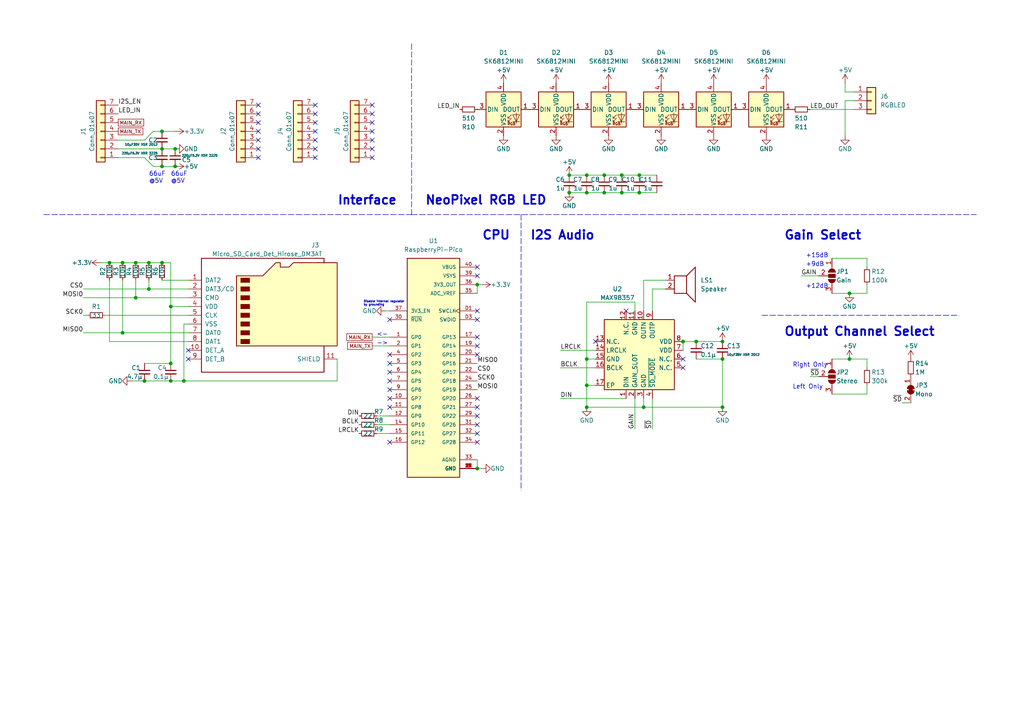
<source format=kicad_sch>
(kicad_sch (version 20211123) (generator eeschema)
  (paper "A4")
  (lib_symbols
    (symbol "Amplifier_Audio_extlib:MAX98357"
      (property "Reference" "U" (at 0 21.59 0))
      (property "Value" "MAX98357" (at 0 19.05 0))
      (symbol "MAX98357_1_1"
        (rectangle (start -10.16 10.16) (end 10.16 -10.16) (stroke (width 0.254)) (fill (type background)))
        (pin passive line (at -3.81 -12.7 90) (length 2.54) (name "DIN") (number "1"))
        (pin passive line (at 1.27 12.7 270) (length 2.54) (name "OUTN") (number "10"))
        (pin passive line (at -1.27 12.7 270) (length 2.54) (name "GND") (number "11"))
        (pin passive line (at -3.81 12.7 270) (length 2.54) (name "N.C.") (number "12"))
        (pin passive line (at -12.7 3.81 0) (length 2.54) (name "N.C.") (number "13"))
        (pin passive line (at -12.7 1.27 0) (length 2.54) (name "LRCLK") (number "14"))
        (pin passive line (at -12.7 -1.27 0) (length 2.54) (name "GND") (number "15"))
        (pin passive line (at -12.7 -3.81 0) (length 2.54) (name "BCLK") (number "16"))
        (pin passive line (at -12.7 -8.89 0) (length 2.54) (name "EP") (number "17"))
        (pin passive line (at -1.27 -12.7 90) (length 2.54) (name "GAIN_SLOT") (number "2"))
        (pin passive line (at 1.27 -12.7 90) (length 2.54) (name "GND") (number "3"))
        (pin passive line (at 3.81 -12.7 90) (length 2.54) (name "~{SD_MODE}") (number "4"))
        (pin passive line (at 12.7 -3.81 180) (length 2.54) (name "N.C.") (number "5"))
        (pin passive line (at 12.7 -1.27 180) (length 2.54) (name "N.C.") (number "6"))
        (pin passive line (at 12.7 1.27 180) (length 2.54) (name "VDD") (number "7"))
        (pin passive line (at 12.7 3.81 180) (length 2.54) (name "VDD") (number "8"))
        (pin passive line (at 3.81 12.7 270) (length 2.54) (name "OUTP") (number "9"))
      )
    )
    (symbol "Connector:Micro_SD_Card_Det_Hirose_DM3AT" (pin_names (offset 1.016))
      (property "Reference" "J" (at -16.51 17.78 0))
      (property "Value" "Micro_SD_Card_Det_Hirose_DM3AT" (at 16.51 17.78 0))
      (symbol "Micro_SD_Card_Det_Hirose_DM3AT_0_1"
        (rectangle (start -7.62 -6.985) (end -5.08 -8.255) (fill (type outline)))
        (rectangle (start -7.62 -4.445) (end -5.08 -5.715) (fill (type outline)))
        (rectangle (start -7.62 -1.905) (end -5.08 -3.175) (fill (type outline)))
        (rectangle (start -7.62 0.635) (end -5.08 -0.635) (fill (type outline)))
        (rectangle (start -7.62 3.175) (end -5.08 1.905) (fill (type outline)))
        (rectangle (start -7.62 5.715) (end -5.08 4.445) (fill (type outline)))
        (rectangle (start -7.62 8.255) (end -5.08 6.985) (fill (type outline)))
        (rectangle (start -7.62 10.795) (end -5.08 9.525) (fill (type outline)))
        (polyline (pts (xy 16.51 15.24) (xy 16.51 16.51) (xy -19.05 16.51) (xy -19.05 -16.51) (xy 16.51 -16.51) (xy 16.51 -8.89)) (stroke (width 0.254)))
        (polyline (pts (xy -8.89 -8.89) (xy -8.89 11.43) (xy -1.27 11.43) (xy 2.54 15.24) (xy 3.81 15.24) (xy 3.81 13.97) (xy 6.35 13.97) (xy 7.62 15.24) (xy 20.32 15.24) (xy 20.32 -8.89) (xy -8.89 -8.89)) (stroke (width 0.254)) (fill (type background)))
      )
      (symbol "Micro_SD_Card_Det_Hirose_DM3AT_1_1"
        (pin bidirectional line (at -22.86 10.16 0) (length 3.81) (name "DAT2") (number "1"))
        (pin passive line (at -22.86 -10.16 0) (length 3.81) (name "DET_A") (number "10"))
        (pin passive line (at 20.32 -12.7 180) (length 3.81) (name "SHIELD") (number "11"))
        (pin bidirectional line (at -22.86 7.62 0) (length 3.81) (name "DAT3/CD") (number "2"))
        (pin input line (at -22.86 5.08 0) (length 3.81) (name "CMD") (number "3"))
        (pin power_in line (at -22.86 2.54 0) (length 3.81) (name "VDD") (number "4"))
        (pin input line (at -22.86 0 0) (length 3.81) (name "CLK") (number "5"))
        (pin power_in line (at -22.86 -2.54 0) (length 3.81) (name "VSS") (number "6"))
        (pin bidirectional line (at -22.86 -5.08 0) (length 3.81) (name "DAT0") (number "7"))
        (pin bidirectional line (at -22.86 -7.62 0) (length 3.81) (name "DAT1") (number "8"))
        (pin passive line (at -22.86 -12.7 0) (length 3.81) (name "DET_B") (number "9"))
      )
    )
    (symbol "Connector_Generic:Conn_01x03" (pin_names (offset 1.016) hide)
      (property "Reference" "J" (at 0 5.08 0))
      (property "Value" "Conn_01x03" (at 0 -5.08 0))
      (symbol "Conn_01x03_1_1"
        (rectangle (start -1.27 -2.413) (end 0 -2.667) (stroke (width 0.1524)))
        (rectangle (start -1.27 0.127) (end 0 -0.127) (stroke (width 0.1524)))
        (rectangle (start -1.27 2.667) (end 0 2.413) (stroke (width 0.1524)))
        (rectangle (start -1.27 3.81) (end 1.27 -3.81) (stroke (width 0.254)) (fill (type background)))
        (pin passive line (at -5.08 2.54 0) (length 3.81) (name "Pin_1") (number "1"))
        (pin passive line (at -5.08 0 0) (length 3.81) (name "Pin_2") (number "2"))
        (pin passive line (at -5.08 -2.54 0) (length 3.81) (name "Pin_3") (number "3"))
      )
    )
    (symbol "Connector_Generic:Conn_01x07" (pin_names (offset 1.016) hide)
      (property "Reference" "J" (at 0 10.16 0))
      (property "Value" "Conn_01x07" (at 0 -10.16 0))
      (symbol "Conn_01x07_1_1"
        (rectangle (start -1.27 -7.493) (end 0 -7.747) (stroke (width 0.1524)))
        (rectangle (start -1.27 -4.953) (end 0 -5.207) (stroke (width 0.1524)))
        (rectangle (start -1.27 -2.413) (end 0 -2.667) (stroke (width 0.1524)))
        (rectangle (start -1.27 0.127) (end 0 -0.127) (stroke (width 0.1524)))
        (rectangle (start -1.27 2.667) (end 0 2.413) (stroke (width 0.1524)))
        (rectangle (start -1.27 5.207) (end 0 4.953) (stroke (width 0.1524)))
        (rectangle (start -1.27 7.747) (end 0 7.493) (stroke (width 0.1524)))
        (rectangle (start -1.27 8.89) (end 1.27 -8.89) (stroke (width 0.254)) (fill (type background)))
        (pin passive line (at -5.08 7.62 0) (length 3.81) (name "Pin_1") (number "1"))
        (pin passive line (at -5.08 5.08 0) (length 3.81) (name "Pin_2") (number "2"))
        (pin passive line (at -5.08 2.54 0) (length 3.81) (name "Pin_3") (number "3"))
        (pin passive line (at -5.08 0 0) (length 3.81) (name "Pin_4") (number "4"))
        (pin passive line (at -5.08 -2.54 0) (length 3.81) (name "Pin_5") (number "5"))
        (pin passive line (at -5.08 -5.08 0) (length 3.81) (name "Pin_6") (number "6"))
        (pin passive line (at -5.08 -7.62 0) (length 3.81) (name "Pin_7") (number "7"))
      )
    )
    (symbol "Device:C_Small" (pin_numbers hide) (pin_names (offset 0.254) hide)
      (property "Reference" "C" (at 0.254 1.778 0))
      (property "Value" "C_Small" (at 0.254 -2.032 0))
      (symbol "C_Small_0_1"
        (polyline (pts (xy -1.524 -0.508) (xy 1.524 -0.508)) (stroke (width 0.3302)))
        (polyline (pts (xy -1.524 0.508) (xy 1.524 0.508)) (stroke (width 0.3048)))
      )
      (symbol "C_Small_1_1"
        (pin passive line (at 0 2.54 270) (length 2.032) (name "~") (number "1"))
        (pin passive line (at 0 -2.54 90) (length 2.032) (name "~") (number "2"))
      )
    )
    (symbol "Device:R_Small" (pin_numbers hide) (pin_names (offset 0.254) hide)
      (property "Reference" "R" (at 0.762 0.508 0))
      (property "Value" "R_Small" (at 0.762 -1.016 0))
      (symbol "R_Small_0_1"
        (rectangle (start -0.762 1.778) (end 0.762 -1.778) (stroke (width 0.2032)))
      )
      (symbol "R_Small_1_1"
        (pin passive line (at 0 2.54 270) (length 0.762) (name "~") (number "1"))
        (pin passive line (at 0 -2.54 90) (length 0.762) (name "~") (number "2"))
      )
    )
    (symbol "Device:Speaker" (pin_names (offset 0) hide)
      (property "Reference" "LS" (at 1.27 5.715 0))
      (property "Value" "Speaker" (at 1.27 3.81 0))
      (symbol "Speaker_0_0"
        (rectangle (start -2.54 1.27) (end 1.016 -3.81) (stroke (width 0.254)))
        (polyline (pts (xy 1.016 1.27) (xy 3.556 3.81) (xy 3.556 -6.35) (xy 1.016 -3.81)) (stroke (width 0.254)))
      )
      (symbol "Speaker_1_1"
        (pin input line (at -5.08 0 0) (length 2.54) (name "1") (number "1"))
        (pin input line (at -5.08 -2.54 0) (length 2.54) (name "2") (number "2"))
      )
    )
    (symbol "Jumper:SolderJumper_2_Bridged" (pin_names (offset 0) hide)
      (property "Reference" "JP" (at 0 2.032 0))
      (property "Value" "SolderJumper_2_Bridged" (at 0 -2.54 0))
      (symbol "SolderJumper_2_Bridged_0_1"
        (rectangle (start -0.508 0.508) (end 0.508 -0.508) (fill (type outline)))
        (arc (start -0.254 1.016) (mid -1.27 0) (end -0.254 -1.016))
        (arc (start -0.254 1.016) (mid -1.27 0) (end -0.254 -1.016) (fill (type outline)))
        (polyline (pts (xy -0.254 1.016) (xy -0.254 -1.016)))
        (polyline (pts (xy 0.254 1.016) (xy 0.254 -1.016)))
        (arc (start 0.254 -1.016) (mid 1.27 0) (end 0.254 1.016))
        (arc (start 0.254 -1.016) (mid 1.27 0) (end 0.254 1.016) (fill (type outline)))
      )
      (symbol "SolderJumper_2_Bridged_1_1"
        (pin passive line (at -3.81 0 0) (length 2.54) (name "A") (number "1"))
        (pin passive line (at 3.81 0 180) (length 2.54) (name "B") (number "2"))
      )
    )
    (symbol "Jumper:SolderJumper_3_Open" (pin_names (offset 0) hide)
      (property "Reference" "JP" (at -2.54 -2.54 0))
      (property "Value" "SolderJumper_3_Open" (at 0 2.794 0))
      (symbol "SolderJumper_3_Open_0_1"
        (arc (start -1.016 1.016) (mid -2.032 0) (end -1.016 -1.016))
        (arc (start -1.016 1.016) (mid -2.032 0) (end -1.016 -1.016) (fill (type outline)))
        (rectangle (start -0.508 1.016) (end 0.508 -1.016) (fill (type outline)))
        (polyline (pts (xy -2.54 0) (xy -2.032 0)))
        (polyline (pts (xy -1.016 1.016) (xy -1.016 -1.016)))
        (polyline (pts (xy 0 -1.27) (xy 0 -1.016)))
        (polyline (pts (xy 1.016 1.016) (xy 1.016 -1.016)))
        (polyline (pts (xy 2.54 0) (xy 2.032 0)))
        (arc (start 1.016 -1.016) (mid 2.032 0) (end 1.016 1.016))
        (arc (start 1.016 -1.016) (mid 2.032 0) (end 1.016 1.016) (fill (type outline)))
      )
      (symbol "SolderJumper_3_Open_1_1"
        (pin passive line (at -5.08 0 0) (length 2.54) (name "A") (number "1"))
        (pin passive line (at 0 -3.81 90) (length 2.54) (name "C") (number "2"))
        (pin passive line (at 5.08 0 180) (length 2.54) (name "B") (number "3"))
      )
    )
    (symbol "LED:SK6812MINI" (pin_names (offset 0.254))
      (property "Reference" "D" (at 5.08 5.715 0))
      (property "Value" "SK6812MINI" (at 1.27 -5.715 0))
      (symbol "SK6812MINI_0_0"
        (text "RGB" (at 2.286 -4.191 0) (effects (font (size 0.762 0.762))))
      )
      (symbol "SK6812MINI_0_1"
        (polyline (pts (xy 1.27 -3.556) (xy 1.778 -3.556)))
        (polyline (pts (xy 1.27 -2.54) (xy 1.778 -2.54)))
        (polyline (pts (xy 4.699 -3.556) (xy 2.667 -3.556)))
        (polyline (pts (xy 2.286 -2.54) (xy 1.27 -3.556) (xy 1.27 -3.048)))
        (polyline (pts (xy 2.286 -1.524) (xy 1.27 -2.54) (xy 1.27 -2.032)))
        (polyline (pts (xy 3.683 -1.016) (xy 3.683 -3.556) (xy 3.683 -4.064)))
        (polyline (pts (xy 4.699 -1.524) (xy 2.667 -1.524) (xy 3.683 -3.556) (xy 4.699 -1.524)))
        (rectangle (start 5.08 5.08) (end -5.08 -5.08) (stroke (width 0.254)) (fill (type background)))
      )
      (symbol "SK6812MINI_1_1"
        (pin output line (at 7.62 0 180) (length 2.54) (name "DOUT") (number "1"))
        (pin power_in line (at 0 -7.62 90) (length 2.54) (name "VSS") (number "2"))
        (pin input line (at -7.62 0 0) (length 2.54) (name "DIN") (number "3"))
        (pin power_in line (at 0 7.62 270) (length 2.54) (name "VDD") (number "4"))
      )
    )
    (symbol "MCU_Module_extlib:RaspberryPi-Pico" (pin_names (offset 1.016))
      (property "Reference" "U" (at 0 31.75 0))
      (property "Value" "RaspberryPi-Pico" (at 0 -34.29 0))
      (symbol "RaspberryPi-Pico_0_0"
        (rectangle (start -7.62 30.48) (end 7.62 -33.02) (stroke (width 0.254)) (fill (type background)))
        (pin bidirectional line (at -12.7 7.62 0) (length 5.08) (name "GP0") (number "1"))
        (pin bidirectional line (at -12.7 -10.16 0) (length 5.08) (name "GP7") (number "10"))
        (pin bidirectional line (at -12.7 -12.7 0) (length 5.08) (name "GP8") (number "11"))
        (pin bidirectional line (at -12.7 -15.24 0) (length 5.08) (name "GP9") (number "12"))
        (pin power_in line (at 12.7 -30.48 180) (length 5.08) (name "GND") (number "13"))
        (pin bidirectional line (at -12.7 -17.78 0) (length 5.08) (name "GP10") (number "14"))
        (pin bidirectional line (at -12.7 -20.32 0) (length 5.08) (name "GP11") (number "15"))
        (pin bidirectional line (at -12.7 -22.86 0) (length 5.08) (name "GP12") (number "16"))
        (pin bidirectional line (at 12.7 7.62 180) (length 5.08) (name "GP13") (number "17"))
        (pin power_in line (at 12.7 -30.48 180) (length 5.08) (name "GND") (number "18"))
        (pin bidirectional line (at 12.7 5.08 180) (length 5.08) (name "GP14") (number "19"))
        (pin bidirectional line (at -12.7 5.08 0) (length 5.08) (name "GP1") (number "2"))
        (pin bidirectional line (at 12.7 2.54 180) (length 5.08) (name "GP15") (number "20"))
        (pin bidirectional line (at 12.7 0 180) (length 5.08) (name "GP16") (number "21"))
        (pin bidirectional line (at 12.7 -2.54 180) (length 5.08) (name "GP17") (number "22"))
        (pin power_in line (at 12.7 -30.48 180) (length 5.08) (name "GND") (number "23"))
        (pin bidirectional line (at 12.7 -5.08 180) (length 5.08) (name "GP18") (number "24"))
        (pin bidirectional line (at 12.7 -7.62 180) (length 5.08) (name "GP19") (number "25"))
        (pin bidirectional line (at 12.7 -10.16 180) (length 5.08) (name "GP20") (number "26"))
        (pin bidirectional line (at 12.7 -12.7 180) (length 5.08) (name "GP21") (number "27"))
        (pin power_in line (at 12.7 -30.48 180) (length 5.08) (name "GND") (number "28"))
        (pin bidirectional line (at 12.7 -15.24 180) (length 5.08) (name "GP22") (number "29"))
        (pin power_in line (at 12.7 -30.48 180) (length 5.08) (name "GND") (number "3"))
        (pin input line (at -12.7 12.7 0) (length 5.08) (name "~{RUN}") (number "30"))
        (pin bidirectional line (at 12.7 -17.78 180) (length 5.08) (name "GP26") (number "31"))
        (pin bidirectional line (at 12.7 -20.32 180) (length 5.08) (name "GP27") (number "32"))
        (pin power_in line (at 12.7 -27.94 180) (length 5.08) (name "AGND") (number "33"))
        (pin bidirectional line (at 12.7 -22.86 180) (length 5.08) (name "GP28") (number "34"))
        (pin power_in line (at 12.7 20.32 180) (length 5.08) (name "ADC_VREF") (number "35"))
        (pin power_in line (at 12.7 22.86 180) (length 5.08) (name "3V3_OUT") (number "36"))
        (pin input line (at -12.7 15.24 0) (length 5.08) (name "3V3_EN") (number "37"))
        (pin power_in line (at 12.7 -30.48 180) (length 5.08) (name "GND") (number "38"))
        (pin power_in line (at 12.7 25.4 180) (length 5.08) (name "VSYS") (number "39"))
        (pin bidirectional line (at -12.7 2.54 0) (length 5.08) (name "GP2") (number "4"))
        (pin power_in line (at 12.7 27.94 180) (length 5.08) (name "VBUS") (number "40"))
        (pin bidirectional line (at -12.7 0 0) (length 5.08) (name "GP3") (number "5"))
        (pin bidirectional line (at -12.7 -2.54 0) (length 5.08) (name "GP4") (number "6"))
        (pin bidirectional line (at -12.7 -5.08 0) (length 5.08) (name "GP5") (number "7"))
        (pin power_in line (at 12.7 -30.48 180) (length 5.08) (name "GND") (number "8"))
        (pin bidirectional line (at -12.7 -7.62 0) (length 5.08) (name "GP6") (number "9"))
        (pin input clock (at 12.7 15.24 180) (length 5.08) (name "SWCLK") (number "D1"))
        (pin power_in line (at 12.7 -30.48 180) (length 5.08) (name "GND") (number "D2"))
        (pin bidirectional line (at 12.7 12.7 180) (length 5.08) (name "SWDIO") (number "D3"))
      )
    )
    (symbol "power:+3.3V" (power) (pin_names (offset 0))
      (property "Value" "+3.3V" (at 0 3.556 0))
      (symbol "+3.3V_0_1"
        (polyline (pts (xy -0.762 1.27) (xy 0 2.54)))
        (polyline (pts (xy 0 0) (xy 0 2.54)))
        (polyline (pts (xy 0 2.54) (xy 0.762 1.27)))
      )
      (symbol "+3.3V_1_1"
        (pin power_in line (at 0 0 90) (length 0) hide (name "+3.3V") (number "1"))
      )
    )
    (symbol "power:+5V" (power) (pin_names (offset 0))
      (property "Value" "+5V" (at 0 3.556 0))
      (symbol "+5V_0_1"
        (polyline (pts (xy -0.762 1.27) (xy 0 2.54)))
        (polyline (pts (xy 0 0) (xy 0 2.54)))
        (polyline (pts (xy 0 2.54) (xy 0.762 1.27)))
      )
      (symbol "+5V_1_1"
        (pin power_in line (at 0 0 90) (length 0) hide (name "+5V") (number "1"))
      )
    )
    (symbol "power:GND" (power) (pin_names (offset 0))
      (property "Value" "GND" (at 0 -3.81 0))
      (symbol "GND_0_1"
        (polyline (pts (xy 0 0) (xy 0 -1.27) (xy 1.27 -1.27) (xy 0 -2.54) (xy -1.27 -1.27) (xy 0 -1.27)))
      )
      (symbol "GND_1_1"
        (pin power_in line (at 0 0 270) (length 0) hide (name "GND") (number "1"))
      )
    )
  )
  (junction (at 35.56 96.52))
  (junction (at 39.37 86.36))
  (junction (at 170.18 118.11))
  (junction (at 43.18 76.2))
  (junction (at 46.99 76.2))
  (junction (at 170.18 104.14))
  (junction (at 165.1 55.88))
  (junction (at 138.43 82.55))
  (junction (at 43.18 83.82))
  (junction (at 180.34 50.8))
  (junction (at 186.69 118.11))
  (junction (at 46.99 43.18))
  (junction (at 170.18 50.8))
  (junction (at 198.12 99.06))
  (junction (at 49.53 105.41))
  (junction (at 175.26 55.88))
  (junction (at 209.55 104.14))
  (junction (at 50.8 43.18))
  (junction (at 185.42 55.88))
  (junction (at 138.43 135.89))
  (junction (at 170.18 55.88))
  (junction (at 170.18 111.76))
  (junction (at 39.37 76.2))
  (junction (at 180.34 55.88))
  (junction (at 35.56 76.2))
  (junction (at 201.93 99.06))
  (junction (at 46.99 48.26))
  (junction (at 185.42 50.8))
  (junction (at 175.26 50.8))
  (junction (at 246.38 85.09))
  (junction (at 53.34 110.49))
  (junction (at 46.99 38.1))
  (junction (at 50.8 48.26))
  (junction (at 246.38 104.14))
  (junction (at 31.75 76.2))
  (junction (at 209.55 118.11))
  (junction (at 165.1 50.8))
  (junction (at 209.55 99.06))
  (junction (at 49.53 110.49))
  (junction (at 49.53 88.9))
  (junction (at 41.91 110.49))
  (no_connect (at 138.43 125.73))
  (no_connect (at 113.03 113.03))
  (no_connect (at 107.95 45.72))
  (no_connect (at 138.43 90.17))
  (no_connect (at 138.43 120.65))
  (no_connect (at 138.43 97.79))
  (no_connect (at 138.43 118.11))
  (no_connect (at 138.43 77.47))
  (no_connect (at 172.72 99.06))
  (no_connect (at 113.03 105.41))
  (no_connect (at 74.93 33.02))
  (no_connect (at 138.43 92.71))
  (no_connect (at 198.12 106.68))
  (no_connect (at 74.93 43.18))
  (no_connect (at 74.93 30.48))
  (no_connect (at 107.95 33.02))
  (no_connect (at 91.44 40.64))
  (no_connect (at 107.95 38.1))
  (no_connect (at 138.43 123.19))
  (no_connect (at 181.61 90.17))
  (no_connect (at 91.44 35.56))
  (no_connect (at 107.95 30.48))
  (no_connect (at 113.03 102.87))
  (no_connect (at 138.43 80.01))
  (no_connect (at 91.44 38.1))
  (no_connect (at 138.43 115.57))
  (no_connect (at 113.03 115.57))
  (no_connect (at 138.43 128.27))
  (no_connect (at 74.93 45.72))
  (no_connect (at 107.95 43.18))
  (no_connect (at 91.44 33.02))
  (no_connect (at 113.03 128.27))
  (no_connect (at 91.44 30.48))
  (no_connect (at 91.44 43.18))
  (no_connect (at 138.43 102.87))
  (no_connect (at 113.03 118.11))
  (no_connect (at 91.44 45.72))
  (no_connect (at 74.93 40.64))
  (no_connect (at 198.12 104.14))
  (no_connect (at 113.03 110.49))
  (no_connect (at 74.93 38.1))
  (no_connect (at 113.03 92.71))
  (no_connect (at 138.43 100.33))
  (no_connect (at 107.95 40.64))
  (no_connect (at 54.61 101.6))
  (no_connect (at 54.61 104.14))
  (no_connect (at 74.93 35.56))
  (no_connect (at 107.95 35.56))
  (no_connect (at 113.03 107.95))
  (wire (pts (xy 46.99 38.1) (xy 50.8 38.1)))
  (wire (pts (xy 41.91 110.49) (xy 49.53 110.49)))
  (wire (pts (xy 54.61 88.9) (xy 49.53 88.9)))
  (polyline (pts (xy 12.7 62.23) (xy 119.38 62.23)))
  (wire (pts (xy 35.56 81.28) (xy 35.56 96.52)))
  (wire (pts (xy 43.18 81.28) (xy 43.18 83.82)))
  (wire (pts (xy 53.34 93.98) (xy 53.34 110.49)))
  (wire (pts (xy 180.34 50.8) (xy 185.42 50.8)))
  (wire (pts (xy 245.11 29.21) (xy 245.11 39.37)))
  (wire (pts (xy 170.18 111.76) (xy 170.18 118.11)))
  (wire (pts (xy 24.13 83.82) (xy 43.18 83.82)))
  (wire (pts (xy 251.46 74.93) (xy 251.46 77.47)))
  (polyline (pts (xy 220.98 91.44) (xy 278.13 91.44)))
  (wire (pts (xy 185.42 55.88) (xy 190.5 55.88)))
  (wire (pts (xy 170.18 50.8) (xy 175.26 50.8)))
  (wire (pts (xy 24.13 86.36) (xy 39.37 86.36)))
  (wire (pts (xy 189.23 83.82) (xy 193.04 83.82)))
  (wire (pts (xy 46.99 43.18) (xy 50.8 43.18)))
  (wire (pts (xy 246.38 85.09) (xy 251.46 85.09)))
  (wire (pts (xy 234.95 31.75) (xy 247.65 31.75)))
  (wire (pts (xy 39.37 76.2) (xy 35.56 76.2)))
  (wire (pts (xy 30.48 91.44) (xy 54.61 91.44)))
  (polyline (pts (xy 151.13 62.23) (xy 151.13 142.24)))
  (wire (pts (xy 246.38 104.14) (xy 251.46 104.14)))
  (wire (pts (xy 198.12 101.6) (xy 198.12 99.06)))
  (wire (pts (xy 39.37 81.28) (xy 39.37 86.36)))
  (wire (pts (xy 109.22 120.65) (xy 113.03 120.65)))
  (wire (pts (xy 261.62 116.84) (xy 264.16 116.84)))
  (wire (pts (xy 232.41 80.01) (xy 237.49 80.01)))
  (wire (pts (xy 54.61 93.98) (xy 53.34 93.98)))
  (wire (pts (xy 170.18 104.14) (xy 170.18 111.76)))
  (wire (pts (xy 241.3 74.93) (xy 251.46 74.93)))
  (wire (pts (xy 186.69 118.11) (xy 209.55 118.11)))
  (wire (pts (xy 241.3 104.14) (xy 246.38 104.14)))
  (wire (pts (xy 111.76 90.17) (xy 113.03 90.17)))
  (wire (pts (xy 41.91 40.64) (xy 44.45 38.1)))
  (wire (pts (xy 138.43 82.55) (xy 139.7 82.55)))
  (wire (pts (xy 43.18 76.2) (xy 39.37 76.2)))
  (wire (pts (xy 245.11 26.67) (xy 247.65 26.67)))
  (wire (pts (xy 49.53 88.9) (xy 49.53 76.2)))
  (wire (pts (xy 31.75 99.06) (xy 31.75 81.28)))
  (wire (pts (xy 180.34 55.88) (xy 185.42 55.88)))
  (wire (pts (xy 44.45 38.1) (xy 46.99 38.1)))
  (wire (pts (xy 44.45 48.26) (xy 46.99 48.26)))
  (wire (pts (xy 165.1 55.88) (xy 170.18 55.88)))
  (wire (pts (xy 31.75 76.2) (xy 29.21 76.2)))
  (wire (pts (xy 34.29 45.72) (xy 41.91 45.72)))
  (wire (pts (xy 198.12 99.06) (xy 201.93 99.06)))
  (wire (pts (xy 138.43 133.35) (xy 138.43 135.89)))
  (wire (pts (xy 46.99 76.2) (xy 43.18 76.2)))
  (polyline (pts (xy 119.38 62.23) (xy 283.21 62.23)))
  (wire (pts (xy 241.3 114.3) (xy 251.46 114.3)))
  (wire (pts (xy 109.22 125.73) (xy 113.03 125.73)))
  (wire (pts (xy 184.15 115.57) (xy 184.15 124.46)))
  (wire (pts (xy 39.37 86.36) (xy 54.61 86.36)))
  (wire (pts (xy 185.42 50.8) (xy 190.5 50.8)))
  (wire (pts (xy 41.91 105.41) (xy 49.53 105.41)))
  (wire (pts (xy 172.72 104.14) (xy 170.18 104.14)))
  (wire (pts (xy 209.55 118.11) (xy 209.55 104.14)))
  (wire (pts (xy 175.26 55.88) (xy 180.34 55.88)))
  (polyline (pts (xy 119.38 12.7) (xy 119.38 62.23)))
  (wire (pts (xy 107.95 97.79) (xy 113.03 97.79)))
  (wire (pts (xy 38.1 110.49) (xy 41.91 110.49)))
  (wire (pts (xy 186.69 115.57) (xy 186.69 118.11)))
  (wire (pts (xy 170.18 55.88) (xy 175.26 55.88)))
  (wire (pts (xy 53.34 110.49) (xy 97.79 110.49)))
  (wire (pts (xy 109.22 123.19) (xy 113.03 123.19)))
  (wire (pts (xy 162.56 106.68) (xy 172.72 106.68)))
  (wire (pts (xy 34.29 40.64) (xy 41.91 40.64)))
  (wire (pts (xy 41.91 45.72) (xy 44.45 48.26)))
  (wire (pts (xy 186.69 81.28) (xy 193.04 81.28)))
  (wire (pts (xy 189.23 90.17) (xy 189.23 83.82)))
  (wire (pts (xy 186.69 90.17) (xy 186.69 81.28)))
  (wire (pts (xy 97.79 110.49) (xy 97.79 104.14)))
  (wire (pts (xy 107.95 100.33) (xy 113.03 100.33)))
  (wire (pts (xy 139.7 135.89) (xy 138.43 135.89)))
  (wire (pts (xy 241.3 85.09) (xy 246.38 85.09)))
  (wire (pts (xy 201.93 99.06) (xy 209.55 99.06)))
  (wire (pts (xy 49.53 76.2) (xy 46.99 76.2)))
  (wire (pts (xy 24.13 91.44) (xy 25.4 91.44)))
  (wire (pts (xy 251.46 85.09) (xy 251.46 82.55)))
  (wire (pts (xy 201.93 104.14) (xy 209.55 104.14)))
  (wire (pts (xy 34.29 43.18) (xy 46.99 43.18)))
  (wire (pts (xy 251.46 104.14) (xy 251.46 106.68)))
  (wire (pts (xy 49.53 88.9) (xy 49.53 105.41)))
  (wire (pts (xy 170.18 87.63) (xy 170.18 104.14)))
  (wire (pts (xy 35.56 76.2) (xy 31.75 76.2)))
  (wire (pts (xy 184.15 87.63) (xy 170.18 87.63)))
  (wire (pts (xy 162.56 115.57) (xy 181.61 115.57)))
  (wire (pts (xy 49.53 110.49) (xy 53.34 110.49)))
  (wire (pts (xy 138.43 82.55) (xy 138.43 85.09)))
  (wire (pts (xy 245.11 24.13) (xy 245.11 26.67)))
  (wire (pts (xy 170.18 111.76) (xy 172.72 111.76)))
  (wire (pts (xy 46.99 48.26) (xy 50.8 48.26)))
  (wire (pts (xy 245.11 29.21) (xy 247.65 29.21)))
  (wire (pts (xy 189.23 115.57) (xy 189.23 124.46)))
  (wire (pts (xy 43.18 83.82) (xy 54.61 83.82)))
  (wire (pts (xy 46.99 81.28) (xy 54.61 81.28)))
  (wire (pts (xy 170.18 118.11) (xy 186.69 118.11)))
  (wire (pts (xy 251.46 114.3) (xy 251.46 111.76)))
  (wire (pts (xy 175.26 50.8) (xy 180.34 50.8)))
  (wire (pts (xy 162.56 101.6) (xy 172.72 101.6)))
  (wire (pts (xy 184.15 90.17) (xy 184.15 87.63)))
  (wire (pts (xy 24.13 96.52) (xy 35.56 96.52)))
  (wire (pts (xy 234.95 109.22) (xy 237.49 109.22)))
  (wire (pts (xy 165.1 50.8) (xy 170.18 50.8)))
  (wire (pts (xy 54.61 99.06) (xy 31.75 99.06)))
  (wire (pts (xy 35.56 96.52) (xy 54.61 96.52)))
  (text "CPU" (at 139.7 69.85 0) (effects (font (size 2.54 2.54) (thickness 0.508) bold) (justify left bottom)))
  (text "<-" (at 109.22 97.79 0) (effects (font (size 1.27 1.27)) (justify left bottom)))
  (text "Disable internal regulator \nby grounding " (at 105.41 88.9 0) (effects (font (size 0.6 0.6)) (justify left bottom)))
  (text "NeoPixel RGB LED" (at 123.19 59.69 0) (effects (font (size 2.54 2.54) (thickness 0.508) bold) (justify left bottom)))
  (text "Left Only" (at 229.87 113.03 0) (effects (font (size 1.27 1.27)) (justify left bottom)))
  (text "+9dB" (at 233.68 77.47 0) (effects (font (size 1.27 1.27)) (justify left bottom)))
  (text "Gain Select" (at 227.33 69.85 0) (effects (font (size 2.54 2.54) (thickness 0.508) bold) (justify left bottom)))
  (text "+15dB" (at 233.68 74.93 0) (effects (font (size 1.27 1.27)) (justify left bottom)))
  (text "Interface" (at 97.79 59.69 0) (effects (font (size 2.54 2.54) (thickness 0.508) bold) (justify left bottom)))
  (text "66uF\n@5V" (at 43.18 53.34 0) (effects (font (size 1.27 1.27)) (justify left bottom)))
  (text "66uF\n@5V" (at 49.53 53.34 0) (effects (font (size 1.27 1.27)) (justify left bottom)))
  (text "+12dB" (at 233.68 83.82 0) (effects (font (size 1.27 1.27)) (justify left bottom)))
  (text "Right Only" (at 229.87 106.68 0) (effects (font (size 1.27 1.27)) (justify left bottom)))
  (text "->" (at 109.22 100.33 0) (effects (font (size 1.27 1.27)) (justify left bottom)))
  (text "I2S Audio" (at 153.67 69.85 0) (effects (font (size 2.54 2.54) (thickness 0.508) bold) (justify left bottom)))
  (text "Output Channel Select" (at 227.33 97.79 0) (effects (font (size 2.54 2.54) (thickness 0.508) bold) (justify left bottom)))
  (label "~{SD}" (at 189.23 124.46 90))
  (label "LED_OUT" (at 234.95 31.75 0))
  (label "MISO0" (at 24.13 96.52 180))
  (label "CS0" (at 24.13 83.82 180))
  (label "~{SD}" (at 261.62 116.84 180))
  (label "LED_IN" (at 34.29 33.02 0))
  (label "SCK0" (at 138.43 110.49 0))
  (label "I2S_EN" (at 34.29 30.48 0))
  (label "MOSI0" (at 24.13 86.36 180))
  (label "BCLK" (at 162.56 106.68 0))
  (label "DIN" (at 104.14 120.65 180))
  (label "LRCLK" (at 104.14 125.73 180))
  (label "CS0" (at 138.43 107.95 0))
  (label "~{SD}" (at 234.95 109.22 0))
  (label "DIN" (at 162.56 115.57 0))
  (label "SCK0" (at 24.13 91.44 180))
  (label "GAIN" (at 184.15 124.46 90))
  (label "MISO0" (at 138.43 105.41 0))
  (label "LED_IN" (at 133.35 31.75 180))
  (label "GAIN" (at 232.41 80.01 0))
  (label "BCLK" (at 104.14 123.19 180))
  (label "MOSI0" (at 138.43 113.03 0))
  (label "LRCLK" (at 162.56 101.6 0))
  (global_label "MAIN_TX" (shape passive) (at 107.95 100.33 180) (effects (font (size 1.016 1.016))) (property "Intersheet References" "${INTERSHEET_REFS}" (effects hide)))
  (global_label "MAIN_RX" (shape passive) (at 107.95 97.79 180) (effects (font (size 1.016 1.016))) (property "Intersheet References" "${INTERSHEET_REFS}" (effects hide)))
  (global_label "MAIN_RX" (shape passive) (at 34.29 35.56 0) (effects (font (size 1.016 1.016))) (property "Intersheet References" "${INTERSHEET_REFS}" (effects hide)))
  (global_label "MAIN_TX" (shape passive) (at 34.29 38.1 0) (effects (font (size 1.016 1.016))) (property "Intersheet References" "${INTERSHEET_REFS}" (effects hide)))
  (symbol (lib_id "Device:C_Small") (at 46.99 45.72 0) (unit 1)
    (property "Reference" "C3" (at 45.72 45.72 0) (effects (justify right)))
    (property "Value" "220μF6.3V X5R 3225" (at 45.72 44.45 0) (effects (font (size 0.635 0.635)) (justify right)))
    (property "Footprint" "Capacitor_SMD:C_1210_3225Metric" (effects hide))
  )
  (symbol (lib_id "power:GND") (at 222.25 39.37 0) (unit 1)
    (property "Reference" "#PWR025" (effects hide))
    (property "Value" "GND" (at 222.25 43.18 0))
  )
  (symbol (lib_id "power:+5V") (at 146.05 24.13 0) (unit 1)
    (property "Reference" "#PWR09" (effects hide))
    (property "Value" "+5V" (at 146.05 20.32 0))
  )
  (symbol (lib_id "Device:Speaker") (at 198.12 81.28 0) (unit 1)
    (property "Reference" "LS1" (at 203.2 81.2799 0) (effects (justify left)))
    (property "Value" "Speaker" (at 203.2 83.8199 0) (effects (justify left)))
    (property "Footprint" "Connector_JST:JST_PH_S2B-PH-K_1x02_P2.00mm_Horizontal" (effects hide))
  )
  (symbol (lib_id "power:GND") (at 209.55 118.11 0) (unit 1)
    (property "Reference" "#PWR023" (effects hide))
    (property "Value" "GND" (at 209.55 121.92 0))
  )
  (symbol (lib_id "Device:R_Small") (at 35.56 78.74 180) (unit 1)
    (property "Reference" "R3" (at 33.655 78.74 90))
    (property "Value" "10k" (at 35.56 78.74 90))
    (property "Footprint" "Resistor_SMD:R_0603_1608Metric" (effects hide))
  )
  (symbol (lib_id "Device:R_Small") (at 106.68 125.73 270) (mirror x) (unit 1)
    (property "Reference" "R9" (at 109.855 124.46 90))
    (property "Value" "22" (at 106.68 125.73 90))
    (property "Footprint" "Resistor_SMD:R_0603_1608Metric" (effects hide))
  )
  (symbol (lib_id "Device:C_Small") (at 180.34 53.34 0) (mirror y) (unit 1)
    (property "Reference" "C9" (at 179.07 52.07 0) (effects (justify left)))
    (property "Value" "1u" (at 179.07 54.61 0) (effects (justify left)))
    (property "Footprint" "Capacitor_SMD:C_0603_1608Metric" (effects hide))
  )
  (symbol (lib_id "Device:R_Small") (at 251.46 109.22 180) (unit 1)
    (property "Reference" "R13" (at 252.73 107.95 0) (effects (justify right)))
    (property "Value" "300k" (at 252.73 110.49 0) (effects (justify right)))
    (property "Footprint" "Resistor_SMD:R_0603_1608Metric" (effects hide))
  )
  (symbol (lib_id "Device:R_Small") (at 264.16 106.68 180) (unit 1)
    (property "Reference" "R14" (at 265.43 105.41 0) (effects (justify right)))
    (property "Value" "1M" (at 265.43 107.95 0) (effects (justify right)))
    (property "Footprint" "Resistor_SMD:R_0603_1608Metric" (effects hide))
  )
  (symbol (lib_id "Connector_Generic:Conn_01x07") (at 69.85 38.1 180) (unit 1)
    (property "Reference" "J2" (at 64.77 38.1 90))
    (property "Value" "Conn_01x07" (at 67.31 38.1 90))
    (property "Footprint" "Connector_PinSocket_2.54mm:PinSocket_1x07_P2.54mm_Vertical" (effects hide))
  )
  (symbol (lib_id "power:+3.3V") (at 50.8 38.1 270) (unit 1)
    (property "Reference" "#PWR03" (effects hide))
    (property "Value" "+3.3V" (at 53.34 38.1 90) (effects (justify left)))
  )
  (symbol (lib_id "power:+5V") (at 209.55 99.06 0) (unit 1)
    (property "Reference" "#PWR022" (effects hide))
    (property "Value" "+5V" (at 209.55 95.25 0))
  )
  (symbol (lib_id "Device:C_Small") (at 209.55 101.6 0) (mirror y) (unit 1)
    (property "Reference" "C13" (at 210.82 100.33 0) (effects (justify right)))
    (property "Value" "10μF35V X5R 2012" (at 210.82 102.87 0) (effects (font (size 0.635 0.635)) (justify right)))
    (property "Footprint" "Capacitor_SMD:C_0805_2012Metric" (effects hide))
  )
  (symbol (lib_id "LED:SK6812MINI") (at 191.77 31.75 0) (unit 1)
    (property "Reference" "D4" (at 191.77 15.24 0))
    (property "Value" "SK6812MINI" (at 191.77 17.78 0))
    (property "Footprint" "LED_SMD:LED_SK6812MINI_PLCC4_3.5x3.5mm_P1.75mm" (effects hide))
    (property "Datasheet" "https://cdn-shop.adafruit.com/product-files/2686/SK6812MINI_REV.01-1-2.pdf" (effects hide))
  )
  (symbol (lib_id "Device:R_Small") (at 135.89 31.75 90) (unit 1)
    (property "Reference" "R10" (at 135.89 36.83 90))
    (property "Value" "510" (at 135.89 34.29 90))
    (property "Footprint" "Resistor_SMD:R_0603_1608Metric" (effects hide))
  )
  (symbol (lib_id "Connector:Micro_SD_Card_Det_Hirose_DM3AT") (at 77.47 91.44 0) (unit 1)
    (property "Reference" "J3" (at 91.44 71.12 0))
    (property "Value" "Micro_SD_Card_Det_Hirose_DM3AT" (at 77.47 73.66 0))
    (property "Footprint" "Connector_Card:microSD_HC_Hirose_DM3AT-SF-PEJM5" (effects hide))
    (property "Datasheet" "https://www.hirose.com/product/en/download_file/key_name/DM3/category/Catalog/doc_file_id/49662/?file_category_id=4&item_id=195&is_series=1" (effects hide))
  )
  (symbol (lib_id "power:+3.3V") (at 29.21 76.2 90) (unit 1)
    (property "Reference" "#PWR01" (effects hide))
    (property "Value" "+3.3V" (at 26.67 76.2 90) (effects (justify left)))
  )
  (symbol (lib_id "Device:R_Small") (at 232.41 31.75 90) (unit 1)
    (property "Reference" "R11" (at 232.41 36.83 90))
    (property "Value" "510" (at 232.41 34.29 90))
    (property "Footprint" "Resistor_SMD:R_0603_1608Metric" (effects hide))
  )
  (symbol (lib_id "Device:R_Small") (at 39.37 78.74 180) (unit 1)
    (property "Reference" "R4" (at 37.465 78.74 90))
    (property "Value" "10k" (at 39.37 78.74 90))
    (property "Footprint" "Resistor_SMD:R_0603_1608Metric" (effects hide))
  )
  (symbol (lib_id "Device:C_Small") (at 49.53 107.95 0) (unit 1)
    (property "Reference" "C4" (at 45.72 106.68 0) (effects (justify left)))
    (property "Value" "0.1μ" (at 44.45 109.22 0) (effects (justify left)))
    (property "Footprint" "Capacitor_SMD:C_0603_1608Metric" (effects hide))
  )
  (symbol (lib_id "Jumper:SolderJumper_2_Bridged") (at 264.16 113.03 270) (unit 1)
    (property "Reference" "JP3" (at 265.43 111.76 90) (effects (justify left)))
    (property "Value" "Mono" (at 265.43 114.3 90) (effects (justify left)))
    (property "Footprint" "Jumper:SolderJumper-2_P1.3mm_Bridged_RoundedPad1.0x1.5mm" (effects hide))
  )
  (symbol (lib_id "Device:R_Small") (at 46.99 78.74 180) (unit 1)
    (property "Reference" "R6" (at 45.085 78.74 90))
    (property "Value" "10k" (at 46.99 78.74 90))
    (property "Footprint" "Resistor_SMD:R_0603_1608Metric" (effects hide))
  )
  (symbol (lib_id "Amplifier_Audio_extlib:MAX98357") (at 185.42 102.87 0) (unit 1)
    (property "Reference" "U2" (at 179.07 83.82 0))
    (property "Value" "MAX98357" (at 179.07 86.36 0))
    (property "Footprint" "Package_DFN_QFN:TQFN-16-1EP_3x3mm_P0.5mm_EP1.23x1.23mm_ThermalVias" (effects hide))
    (property "Datasheet" "https://www.analog.com/jp/products/max98357a.html" (effects hide))
  )
  (symbol (lib_id "Jumper:SolderJumper_3_Open") (at 241.3 80.01 270) (unit 1)
    (property "Reference" "JP1" (at 242.57 78.74 90) (effects (justify left)))
    (property "Value" "Gain" (at 242.57 81.28 90) (effects (justify left)))
    (property "Footprint" "Jumper:SolderJumper-3_P1.3mm_Open_RoundedPad1.0x1.5mm" (effects hide))
  )
  (symbol (lib_id "power:+5V") (at 176.53 24.13 0) (unit 1)
    (property "Reference" "#PWR016" (effects hide))
    (property "Value" "+5V" (at 176.53 20.32 0))
  )
  (symbol (lib_id "Device:R_Small") (at 106.68 123.19 270) (mirror x) (unit 1)
    (property "Reference" "R8" (at 109.855 121.92 90))
    (property "Value" "22" (at 106.68 123.19 90))
    (property "Footprint" "Resistor_SMD:R_0603_1608Metric" (effects hide))
  )
  (symbol (lib_id "Device:C_Small") (at 185.42 53.34 0) (mirror y) (unit 1)
    (property "Reference" "C10" (at 184.15 52.07 0) (effects (justify left)))
    (property "Value" "1u" (at 184.15 54.61 0) (effects (justify left)))
    (property "Footprint" "Capacitor_SMD:C_0603_1608Metric" (effects hide))
  )
  (symbol (lib_id "LED:SK6812MINI") (at 207.01 31.75 0) (unit 1)
    (property "Reference" "D5" (at 207.01 15.24 0))
    (property "Value" "SK6812MINI" (at 207.01 17.78 0))
    (property "Footprint" "LED_SMD:LED_SK6812MINI_PLCC4_3.5x3.5mm_P1.75mm" (effects hide))
    (property "Datasheet" "https://cdn-shop.adafruit.com/product-files/2686/SK6812MINI_REV.01-1-2.pdf" (effects hide))
  )
  (symbol (lib_id "Device:C_Small") (at 165.1 53.34 0) (mirror y) (unit 1)
    (property "Reference" "C6" (at 163.83 52.07 0) (effects (justify left)))
    (property "Value" "1u" (at 163.83 54.61 0) (effects (justify left)))
    (property "Footprint" "Capacitor_SMD:C_0603_1608Metric" (effects hide))
  )
  (symbol (lib_id "power:GND") (at 191.77 39.37 0) (unit 1)
    (property "Reference" "#PWR019" (effects hide))
    (property "Value" "GND" (at 191.77 43.18 0))
  )
  (symbol (lib_id "LED:SK6812MINI") (at 222.25 31.75 0) (unit 1)
    (property "Reference" "D6" (at 222.25 15.24 0))
    (property "Value" "SK6812MINI" (at 222.25 17.78 0))
    (property "Footprint" "LED_SMD:LED_SK6812MINI_PLCC4_3.5x3.5mm_P1.75mm" (effects hide))
    (property "Datasheet" "https://cdn-shop.adafruit.com/product-files/2686/SK6812MINI_REV.01-1-2.pdf" (effects hide))
  )
  (symbol (lib_id "power:GND") (at 176.53 39.37 0) (unit 1)
    (property "Reference" "#PWR017" (effects hide))
    (property "Value" "GND" (at 176.53 43.18 0))
  )
  (symbol (lib_id "power:GND") (at 50.8 43.18 90) (unit 1)
    (property "Reference" "#PWR04" (effects hide))
    (property "Value" "GND" (at 53.34 43.18 90) (effects (justify right)))
  )
  (symbol (lib_id "LED:SK6812MINI") (at 176.53 31.75 0) (unit 1)
    (property "Reference" "D3" (at 176.53 15.24 0))
    (property "Value" "SK6812MINI" (at 176.53 17.78 0))
    (property "Footprint" "LED_SMD:LED_SK6812MINI_PLCC4_3.5x3.5mm_P1.75mm" (effects hide))
    (property "Datasheet" "https://cdn-shop.adafruit.com/product-files/2686/SK6812MINI_REV.01-1-2.pdf" (effects hide))
  )
  (symbol (lib_id "Jumper:SolderJumper_3_Open") (at 241.3 109.22 270) (unit 1)
    (property "Reference" "JP2" (at 242.57 107.95 90) (effects (justify left)))
    (property "Value" "Stereo" (at 242.57 110.49 90) (effects (justify left)))
    (property "Footprint" "Jumper:SolderJumper-3_P1.3mm_Open_RoundedPad1.0x1.5mm" (effects hide))
  )
  (symbol (lib_id "power:GND") (at 111.76 90.17 270) (unit 1)
    (property "Reference" "#PWR06" (effects hide))
    (property "Value" "GND" (at 109.22 90.17 90) (effects (justify right)))
  )
  (symbol (lib_id "power:+5V") (at 161.29 24.13 0) (unit 1)
    (property "Reference" "#PWR011" (effects hide))
    (property "Value" "+5V" (at 161.29 20.32 0))
  )
  (symbol (lib_id "Device:C_Small") (at 201.93 101.6 0) (mirror y) (unit 1)
    (property "Reference" "C12" (at 203.2 100.33 0) (effects (justify right)))
    (property "Value" "0.1μ" (at 203.2 102.87 0) (effects (justify right)))
    (property "Footprint" "Capacitor_SMD:C_0603_1608Metric" (effects hide))
  )
  (symbol (lib_id "power:GND") (at 139.7 135.89 90) (unit 1)
    (property "Reference" "#PWR08" (effects hide))
    (property "Value" "GND" (at 142.24 135.89 90) (effects (justify right)))
  )
  (symbol (lib_id "power:GND") (at 207.01 39.37 0) (unit 1)
    (property "Reference" "#PWR021" (effects hide))
    (property "Value" "GND" (at 207.01 43.18 0))
  )
  (symbol (lib_id "power:GND") (at 170.18 118.11 0) (unit 1)
    (property "Reference" "#PWR015" (effects hide))
    (property "Value" "GND" (at 170.18 121.92 0))
  )
  (symbol (lib_id "MCU_Module_extlib:RaspberryPi-Pico") (at 125.73 105.41 0) (unit 1)
    (property "Reference" "U1" (at 125.73 69.85 0))
    (property "Value" "RaspberryPi-Pico" (at 125.73 72.39 0))
    (property "Footprint" "Module_extlib:RaspberryPi-Pico" (effects hide))
  )
  (symbol (lib_id "Device:R_Small") (at 106.68 120.65 270) (mirror x) (unit 1)
    (property "Reference" "R7" (at 109.855 119.38 90))
    (property "Value" "22" (at 106.68 120.65 90))
    (property "Footprint" "Resistor_SMD:R_0603_1608Metric" (effects hide))
  )
  (symbol (lib_id "power:GND") (at 245.11 39.37 0) (unit 1)
    (property "Reference" "#PWR027" (effects hide))
    (property "Value" "GND" (at 245.11 43.18 0))
  )
  (symbol (lib_id "Device:C_Small") (at 50.8 45.72 0) (mirror y) (unit 1)
    (property "Reference" "C5" (at 52.705 46.355 0) (effects (justify right)))
    (property "Value" "220μF6.3V X5R 3225" (at 52.705 45.085 0) (effects (font (size 0.635 0.635)) (justify right)))
    (property "Footprint" "Capacitor_SMD:C_1210_3225Metric" (effects hide))
  )
  (symbol (lib_id "Device:C_Small") (at 41.91 107.95 0) (unit 1)
    (property "Reference" "C1" (at 38.1 106.68 0) (effects (justify left)))
    (property "Value" "4.7μ" (at 36.83 109.22 0) (effects (justify left)))
    (property "Footprint" "Capacitor_SMD:C_0603_1608Metric" (effects hide))
  )
  (symbol (lib_id "Device:R_Small") (at 27.94 91.44 90) (unit 1)
    (property "Reference" "R1" (at 27.94 88.9 90))
    (property "Value" "33" (at 27.94 91.44 90))
    (property "Footprint" "Resistor_SMD:R_0603_1608Metric" (effects hide))
  )
  (symbol (lib_id "Device:R_Small") (at 43.18 78.74 180) (unit 1)
    (property "Reference" "R5" (at 41.275 78.74 90))
    (property "Value" "10k" (at 43.18 78.74 90))
    (property "Footprint" "Resistor_SMD:R_0603_1608Metric" (effects hide))
  )
  (symbol (lib_id "power:GND") (at 161.29 39.37 0) (unit 1)
    (property "Reference" "#PWR012" (effects hide))
    (property "Value" "GND" (at 161.29 43.18 0))
  )
  (symbol (lib_id "power:+5V") (at 246.38 104.14 0) (unit 1)
    (property "Reference" "#PWR029" (effects hide))
    (property "Value" "+5V" (at 246.38 100.33 0))
  )
  (symbol (lib_id "Connector_Generic:Conn_01x07") (at 29.21 38.1 180) (unit 1)
    (property "Reference" "J1" (at 24.13 38.1 90))
    (property "Value" "Conn_01x07" (at 26.67 38.1 90))
    (property "Footprint" "Connector_PinSocket_2.54mm:PinSocket_1x07_P2.54mm_Vertical" (effects hide))
  )
  (symbol (lib_id "power:+5V") (at 191.77 24.13 0) (unit 1)
    (property "Reference" "#PWR018" (effects hide))
    (property "Value" "+5V" (at 191.77 20.32 0))
  )
  (symbol (lib_id "Device:C_Small") (at 170.18 53.34 0) (mirror y) (unit 1)
    (property "Reference" "C7" (at 168.91 52.07 0) (effects (justify left)))
    (property "Value" "1u" (at 168.91 54.61 0) (effects (justify left)))
    (property "Footprint" "Capacitor_SMD:C_0603_1608Metric" (effects hide))
  )
  (symbol (lib_id "power:GND") (at 246.38 85.09 0) (unit 1)
    (property "Reference" "#PWR028" (effects hide))
    (property "Value" "GND" (at 246.38 88.9 0))
  )
  (symbol (lib_id "Device:R_Small") (at 251.46 80.01 180) (unit 1)
    (property "Reference" "R12" (at 252.73 78.74 0) (effects (justify right)))
    (property "Value" "100k" (at 252.73 81.28 0) (effects (justify right)))
    (property "Footprint" "Resistor_SMD:R_0603_1608Metric" (effects hide))
  )
  (symbol (lib_id "power:+5V") (at 264.16 104.14 0) (unit 1)
    (property "Reference" "#PWR030" (effects hide))
    (property "Value" "+5V" (at 264.16 100.33 0))
  )
  (symbol (lib_id "power:+5V") (at 222.25 24.13 0) (unit 1)
    (property "Reference" "#PWR024" (effects hide))
    (property "Value" "+5V" (at 222.25 20.32 0))
  )
  (symbol (lib_id "power:+5V") (at 165.1 50.8 0) (unit 1)
    (property "Reference" "#PWR013" (effects hide))
    (property "Value" "+5V" (at 165.1 46.99 0))
  )
  (symbol (lib_id "Device:C_Small") (at 190.5 53.34 0) (mirror y) (unit 1)
    (property "Reference" "C11" (at 189.23 52.07 0) (effects (justify left)))
    (property "Value" "1u" (at 189.23 54.61 0) (effects (justify left)))
    (property "Footprint" "Capacitor_SMD:C_0603_1608Metric" (effects hide))
  )
  (symbol (lib_id "power:+5V") (at 50.8 48.26 270) (unit 1)
    (property "Reference" "#PWR05" (effects hide))
    (property "Value" "+5V" (at 53.34 48.26 90) (effects (justify left)))
  )
  (symbol (lib_id "LED:SK6812MINI") (at 146.05 31.75 0) (unit 1)
    (property "Reference" "D1" (at 146.05 15.24 0))
    (property "Value" "SK6812MINI" (at 146.05 17.78 0))
    (property "Footprint" "LED_SMD:LED_SK6812MINI_PLCC4_3.5x3.5mm_P1.75mm" (effects hide))
    (property "Datasheet" "https://cdn-shop.adafruit.com/product-files/2686/SK6812MINI_REV.01-1-2.pdf" (effects hide))
  )
  (symbol (lib_id "power:GND") (at 146.05 39.37 0) (unit 1)
    (property "Reference" "#PWR010" (effects hide))
    (property "Value" "GND" (at 146.05 43.18 0))
  )
  (symbol (lib_id "Connector_Generic:Conn_01x07") (at 102.87 38.1 180) (unit 1)
    (property "Reference" "J5" (at 97.79 38.1 90))
    (property "Value" "Conn_01x07" (at 100.33 38.1 90))
    (property "Footprint" "Connector_PinSocket_2.54mm:PinSocket_1x07_P2.54mm_Vertical" (effects hide))
  )
  (symbol (lib_id "power:+5V") (at 245.11 24.13 0) (unit 1)
    (property "Reference" "#PWR026" (effects hide))
    (property "Value" "+5V" (at 245.11 20.32 0))
  )
  (symbol (lib_id "Connector_Generic:Conn_01x07") (at 86.36 38.1 180) (unit 1)
    (property "Reference" "J4" (at 81.28 38.1 90))
    (property "Value" "Conn_01x07" (at 83.82 38.1 90))
    (property "Footprint" "Connector_PinSocket_2.54mm:PinSocket_1x07_P2.54mm_Vertical" (effects hide))
  )
  (symbol (lib_id "power:+5V") (at 207.01 24.13 0) (unit 1)
    (property "Reference" "#PWR020" (effects hide))
    (property "Value" "+5V" (at 207.01 20.32 0))
  )
  (symbol (lib_id "Connector_Generic:Conn_01x03") (at 252.73 29.21 0) (unit 1)
    (property "Reference" "J6" (at 255.27 27.94 0) (effects (justify left)))
    (property "Value" "RGBLED" (at 255.27 30.48 0) (effects (justify left)))
    (property "Footprint" "Connector_JST:JST_PH_S3B-PH-K_1x03_P2.00mm_Horizontal" (effects hide))
  )
  (symbol (lib_id "Device:R_Small") (at 31.75 78.74 180) (unit 1)
    (property "Reference" "R2" (at 29.845 78.74 90))
    (property "Value" "10k" (at 31.75 78.74 90))
    (property "Footprint" "Resistor_SMD:R_0603_1608Metric" (effects hide))
  )
  (symbol (lib_id "power:GND") (at 38.1 110.49 270) (unit 1)
    (property "Reference" "#PWR02" (effects hide))
    (property "Value" "GND" (at 35.56 110.49 90) (effects (justify right)))
  )
  (symbol (lib_id "Device:C_Small") (at 46.99 40.64 0) (unit 1)
    (property "Reference" "C2" (at 45.72 40.64 0) (effects (justify right)))
    (property "Value" "10μF35V X5R 2012" (at 45.72 41.91 0) (effects (font (size 0.635 0.635)) (justify right)))
    (property "Footprint" "Capacitor_SMD:C_0805_2012Metric" (effects hide))
  )
  (symbol (lib_id "power:GND") (at 165.1 55.88 0) (unit 1)
    (property "Reference" "#PWR014" (effects hide))
    (property "Value" "GND" (at 165.1 59.69 0))
  )
  (symbol (lib_id "Device:C_Small") (at 175.26 53.34 0) (mirror y) (unit 1)
    (property "Reference" "C8" (at 173.99 52.07 0) (effects (justify left)))
    (property "Value" "1u" (at 173.99 54.61 0) (effects (justify left)))
    (property "Footprint" "Capacitor_SMD:C_0603_1608Metric" (effects hide))
  )
  (symbol (lib_id "LED:SK6812MINI") (at 161.29 31.75 0) (unit 1)
    (property "Reference" "D2" (at 161.29 15.24 0))
    (property "Value" "SK6812MINI" (at 161.29 17.78 0))
    (property "Footprint" "LED_SMD:LED_SK6812MINI_PLCC4_3.5x3.5mm_P1.75mm" (effects hide))
    (property "Datasheet" "https://cdn-shop.adafruit.com/product-files/2686/SK6812MINI_REV.01-1-2.pdf" (effects hide))
  )
  (symbol (lib_id "power:+3.3V") (at 139.7 82.55 270) (unit 1)
    (property "Reference" "#PWR07" (effects hide))
    (property "Value" "+3.3V" (at 142.24 82.55 90) (effects (justify left)))
  )
)
</source>
